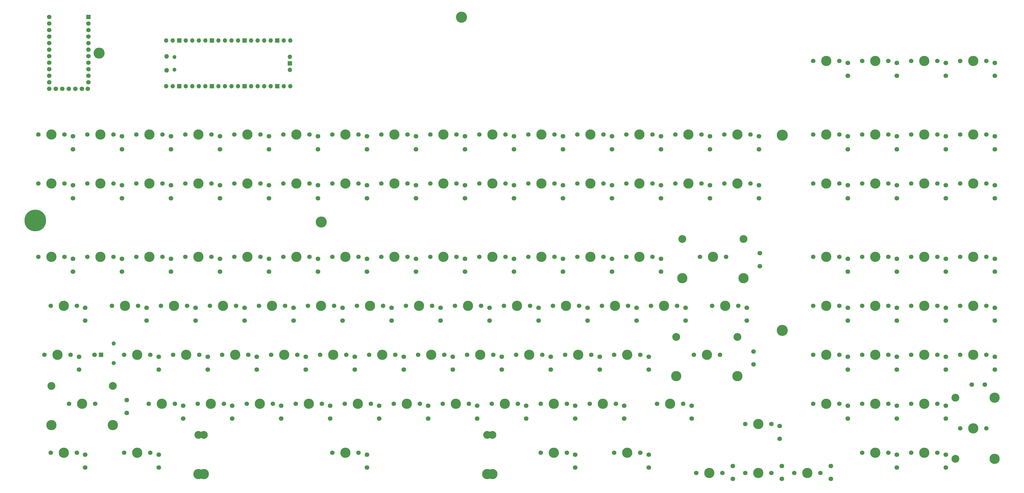
<source format=gbr>
%TF.GenerationSoftware,KiCad,Pcbnew,8.0.2*%
%TF.CreationDate,2024-06-15T15:47:28-07:00*%
%TF.ProjectId,dimension-PCB,64696d65-6e73-4696-9f6e-2d5043422e6b,rev?*%
%TF.SameCoordinates,Original*%
%TF.FileFunction,Soldermask,Top*%
%TF.FilePolarity,Negative*%
%FSLAX46Y46*%
G04 Gerber Fmt 4.6, Leading zero omitted, Abs format (unit mm)*
G04 Created by KiCad (PCBNEW 8.0.2) date 2024-06-15 15:47:28*
%MOMM*%
%LPD*%
G01*
G04 APERTURE LIST*
%ADD10C,1.750000*%
%ADD11C,3.987800*%
%ADD12R,1.800000X1.800000*%
%ADD13C,1.800000*%
%ADD14C,4.300000*%
%ADD15C,1.600000*%
%ADD16O,1.600000X1.600000*%
%ADD17C,3.048000*%
%ADD18C,8.400000*%
%ADD19R,1.752600X1.752600*%
%ADD20C,1.752600*%
%ADD21O,1.800000X1.800000*%
%ADD22O,1.500000X1.500000*%
%ADD23O,1.700000X1.700000*%
%ADD24R,1.700000X1.700000*%
G04 APERTURE END LIST*
D10*
%TO.C,MX127*%
X419750000Y-184780000D03*
D11*
X424830000Y-184780000D03*
D10*
X429910000Y-184780000D03*
%TD*%
%TO.C,MX4*%
X80420000Y-118105000D03*
D11*
X85500000Y-118105000D03*
D10*
X90580000Y-118105000D03*
%TD*%
%TO.C,MX103*%
X381650000Y-146680000D03*
D11*
X386730000Y-146680000D03*
D10*
X391810000Y-146680000D03*
%TD*%
%TO.C,MX62*%
X242345000Y-165730000D03*
D11*
X247425000Y-165730000D03*
D10*
X252505000Y-165730000D03*
%TD*%
%TO.C,MX82*%
X318545000Y-146680000D03*
D11*
X323625000Y-146680000D03*
D10*
X328705000Y-146680000D03*
%TD*%
%TO.C,MX78*%
X309020000Y-99055000D03*
D11*
X314100000Y-99055000D03*
D10*
X319180000Y-99055000D03*
%TD*%
%TO.C,MX43*%
X161382500Y-203830000D03*
D11*
X166462500Y-203830000D03*
D10*
X171542500Y-203830000D03*
%TD*%
%TO.C,MX104*%
X381650000Y-165730000D03*
D11*
X386730000Y-165730000D03*
D10*
X391810000Y-165730000D03*
%TD*%
%TO.C,MX106*%
X381650000Y-203830000D03*
D11*
X386730000Y-203830000D03*
D10*
X391810000Y-203830000D03*
%TD*%
%TO.C,MX87*%
X327242500Y-230747500D03*
D11*
X322162500Y-230747500D03*
D10*
X317082500Y-230747500D03*
%TD*%
%TO.C,MX7*%
X89945000Y-165730000D03*
D11*
X95025000Y-165730000D03*
D10*
X100105000Y-165730000D03*
%TD*%
%TO.C,MX28*%
X147095000Y-165730000D03*
D11*
X152175000Y-165730000D03*
D10*
X157255000Y-165730000D03*
%TD*%
%TO.C,MX118*%
X400700000Y-222880000D03*
D11*
X405780000Y-222880000D03*
D10*
X410860000Y-222880000D03*
%TD*%
%TO.C,MX3*%
X61370000Y-118105000D03*
D11*
X66450000Y-118105000D03*
D10*
X71530000Y-118105000D03*
%TD*%
%TO.C,MX24*%
X137570000Y-99055000D03*
D11*
X142650000Y-99055000D03*
D10*
X147730000Y-99055000D03*
%TD*%
%TO.C,MX92*%
X362600000Y-118105000D03*
D11*
X367680000Y-118105000D03*
D10*
X372760000Y-118105000D03*
%TD*%
%TO.C,MX66*%
X237582500Y-203830000D03*
D11*
X242662500Y-203830000D03*
D10*
X247742500Y-203830000D03*
%TD*%
%TO.C,MX86*%
X301876250Y-203830000D03*
D11*
X306956250Y-203830000D03*
D10*
X312036250Y-203830000D03*
%TD*%
%TO.C,MX72*%
X261395000Y-165730000D03*
D11*
X266475000Y-165730000D03*
D10*
X271555000Y-165730000D03*
%TD*%
%TO.C,MX102*%
X381650000Y-118105000D03*
D11*
X386730000Y-118105000D03*
D10*
X391810000Y-118105000D03*
%TD*%
%TO.C,MX6*%
X61370000Y-146680000D03*
D11*
X66450000Y-146680000D03*
D10*
X71530000Y-146680000D03*
%TD*%
%TO.C,MX94*%
X362600000Y-146680000D03*
D11*
X367680000Y-146680000D03*
D10*
X372760000Y-146680000D03*
%TD*%
%TO.C,MX53*%
X209007500Y-184780000D03*
D11*
X214087500Y-184780000D03*
D10*
X219167500Y-184780000D03*
%TD*%
%TO.C,MX51*%
X223295000Y-165730000D03*
D11*
X228375000Y-165730000D03*
D10*
X233455000Y-165730000D03*
%TD*%
%TO.C,MX95*%
X362600000Y-165730000D03*
D11*
X367680000Y-165730000D03*
D10*
X372760000Y-165730000D03*
%TD*%
%TO.C,MX80*%
X309020000Y-118105000D03*
D11*
X314100000Y-118105000D03*
D10*
X319180000Y-118105000D03*
%TD*%
%TO.C,MX56*%
X251870000Y-99055000D03*
D11*
X256950000Y-99055000D03*
D10*
X262030000Y-99055000D03*
%TD*%
%TO.C,MX126*%
X419750000Y-165730000D03*
D11*
X424830000Y-165730000D03*
D10*
X429910000Y-165730000D03*
%TD*%
%TO.C,MX123*%
X419750000Y-99055000D03*
D11*
X424830000Y-99055000D03*
D10*
X429910000Y-99055000D03*
%TD*%
%TO.C,MX100*%
X381650000Y-70480000D03*
D11*
X386730000Y-70480000D03*
D10*
X391810000Y-70480000D03*
%TD*%
%TO.C,MX8*%
X66132500Y-165730000D03*
D11*
X71212500Y-165730000D03*
D10*
X76292500Y-165730000D03*
%TD*%
%TO.C,MX40*%
X189957500Y-184780000D03*
D11*
X195037500Y-184780000D03*
D10*
X200117500Y-184780000D03*
%TD*%
%TO.C,MX114*%
X400700000Y-146680000D03*
D11*
X405780000Y-146680000D03*
D10*
X410860000Y-146680000D03*
%TD*%
%TO.C,MX111*%
X400700000Y-70480000D03*
D11*
X405780000Y-70480000D03*
D10*
X410860000Y-70480000D03*
%TD*%
%TO.C,MX41*%
X170907500Y-184780000D03*
D11*
X175987500Y-184780000D03*
D10*
X181067500Y-184780000D03*
%TD*%
%TO.C,MX63*%
X247107500Y-184780000D03*
D11*
X252187500Y-184780000D03*
D10*
X257267500Y-184780000D03*
%TD*%
%TO.C,MX15*%
X99470000Y-118105000D03*
D11*
X104550000Y-118105000D03*
D10*
X109630000Y-118105000D03*
%TD*%
%TO.C,MX48*%
X194720000Y-118105000D03*
D11*
X199800000Y-118105000D03*
D10*
X204880000Y-118105000D03*
%TD*%
%TO.C,MX125*%
X419750000Y-146680000D03*
D11*
X424830000Y-146680000D03*
D10*
X429910000Y-146680000D03*
%TD*%
%TO.C,MX55*%
X199482500Y-203830000D03*
D11*
X204562500Y-203830000D03*
D10*
X209642500Y-203830000D03*
%TD*%
D12*
%TO.C,LED1*%
X85700000Y-184780000D03*
D13*
X83160000Y-184780000D03*
%TD*%
D10*
%TO.C,MX73*%
X285207500Y-184780000D03*
D11*
X290287500Y-184780000D03*
D10*
X295367500Y-184780000D03*
%TD*%
D14*
%TO.C,H3*%
X350550000Y-99317500D03*
%TD*%
D10*
%TO.C,MX89*%
X362600000Y-70480000D03*
D11*
X367680000Y-70480000D03*
D10*
X372760000Y-70480000D03*
%TD*%
%TO.C,MX27*%
X137570000Y-146680000D03*
D11*
X142650000Y-146680000D03*
D10*
X147730000Y-146680000D03*
%TD*%
%TO.C,MX50*%
X194720000Y-146680000D03*
D11*
X199800000Y-146680000D03*
D10*
X204880000Y-146680000D03*
%TD*%
%TO.C,MX17*%
X118520000Y-146680000D03*
D11*
X123600000Y-146680000D03*
D10*
X128680000Y-146680000D03*
%TD*%
%TO.C,MX42*%
X180432500Y-203830000D03*
D11*
X185512500Y-203830000D03*
D10*
X190592500Y-203830000D03*
%TD*%
%TO.C,MX88*%
X346292500Y-230747500D03*
D11*
X341212500Y-230747500D03*
D10*
X336132500Y-230747500D03*
%TD*%
%TO.C,MX83*%
X323307500Y-165730000D03*
D11*
X328387500Y-165730000D03*
D10*
X333467500Y-165730000D03*
%TD*%
%TO.C,MX31*%
X132807500Y-184780000D03*
D11*
X137887500Y-184780000D03*
D10*
X142967500Y-184780000D03*
%TD*%
%TO.C,MX60*%
X251870000Y-146680000D03*
D11*
X256950000Y-146680000D03*
D10*
X262030000Y-146680000D03*
%TD*%
%TO.C,MX128*%
X419750000Y-213355000D03*
D11*
X424830000Y-213355000D03*
D10*
X429910000Y-213355000D03*
%TD*%
%TO.C,MX1*%
X80420000Y-99055000D03*
D11*
X85500000Y-99055000D03*
D10*
X90580000Y-99055000D03*
%TD*%
%TO.C,MX30*%
X151857500Y-184780000D03*
D11*
X156937500Y-184780000D03*
D10*
X162017500Y-184780000D03*
%TD*%
D15*
%TO.C,R2*%
X90600000Y-188020000D03*
D16*
X90600000Y-180400000D03*
%TD*%
D10*
%TO.C,MX23*%
X156620000Y-99055000D03*
D11*
X161700000Y-99055000D03*
D10*
X166780000Y-99055000D03*
%TD*%
%TO.C,MX57*%
X232820000Y-99055000D03*
D11*
X237900000Y-99055000D03*
D10*
X242980000Y-99055000D03*
%TD*%
D17*
%TO.C,LSHFTSTAB1*%
X66450000Y-196845000D03*
D11*
X66450000Y-212085000D03*
D17*
X90262500Y-196845000D03*
D11*
X90262500Y-212085000D03*
%TD*%
D10*
%TO.C,MX74*%
X266157500Y-184780000D03*
D11*
X271237500Y-184780000D03*
D10*
X276317500Y-184780000D03*
%TD*%
%TO.C,MX58*%
X251870000Y-118105000D03*
D11*
X256950000Y-118105000D03*
D10*
X262030000Y-118105000D03*
%TD*%
%TO.C,MX97*%
X362600000Y-203830000D03*
D11*
X367680000Y-203830000D03*
D10*
X372760000Y-203830000D03*
%TD*%
%TO.C,MX29*%
X128045000Y-165730000D03*
D11*
X133125000Y-165730000D03*
D10*
X138205000Y-165730000D03*
%TD*%
%TO.C,MX49*%
X213770000Y-146680000D03*
D11*
X218850000Y-146680000D03*
D10*
X223930000Y-146680000D03*
%TD*%
%TO.C,MX84*%
X299495000Y-165730000D03*
D11*
X304575000Y-165730000D03*
D10*
X309655000Y-165730000D03*
%TD*%
%TO.C,MX26*%
X156620000Y-118105000D03*
D11*
X161700000Y-118105000D03*
D10*
X166780000Y-118105000D03*
%TD*%
%TO.C,MX113*%
X400700000Y-118105000D03*
D11*
X405780000Y-118105000D03*
D10*
X410860000Y-118105000D03*
%TD*%
D14*
%TO.C,H4*%
X350550000Y-175317500D03*
%TD*%
D10*
%TO.C,MX107*%
X381650000Y-222880000D03*
D11*
X386730000Y-222880000D03*
D10*
X391810000Y-222880000D03*
%TD*%
%TO.C,MX67*%
X270920000Y-99055000D03*
D11*
X276000000Y-99055000D03*
D10*
X281080000Y-99055000D03*
%TD*%
%TO.C,MX65*%
X256632500Y-203830000D03*
D11*
X261712500Y-203830000D03*
D10*
X266792500Y-203830000D03*
%TD*%
%TO.C,MX37*%
X156620000Y-146680000D03*
D11*
X161700000Y-146680000D03*
D10*
X166780000Y-146680000D03*
%TD*%
%TO.C,MX91*%
X328070000Y-99055000D03*
D11*
X333150000Y-99055000D03*
D10*
X338230000Y-99055000D03*
%TD*%
%TO.C,MX112*%
X400700000Y-99055000D03*
D11*
X405780000Y-99055000D03*
D10*
X410860000Y-99055000D03*
%TD*%
%TO.C,MX34*%
X175670000Y-99055000D03*
D11*
X180750000Y-99055000D03*
D10*
X185830000Y-99055000D03*
%TD*%
%TO.C,MX52*%
X204245000Y-165730000D03*
D11*
X209325000Y-165730000D03*
D10*
X214405000Y-165730000D03*
%TD*%
D17*
%TO.C,ENTSTAB1*%
X309337500Y-177795000D03*
D11*
X309337500Y-193035000D03*
D17*
X333150000Y-177795000D03*
D11*
X333150000Y-193035000D03*
%TD*%
D10*
%TO.C,MX69*%
X289970000Y-146680000D03*
D11*
X295050000Y-146680000D03*
D10*
X300130000Y-146680000D03*
%TD*%
%TO.C,MX96*%
X362600000Y-184780000D03*
D11*
X367680000Y-184780000D03*
D10*
X372760000Y-184780000D03*
%TD*%
%TO.C,MX18*%
X108995000Y-165730000D03*
D11*
X114075000Y-165730000D03*
D10*
X119155000Y-165730000D03*
%TD*%
%TO.C,MX22*%
X94707500Y-222880000D03*
D11*
X99787500Y-222880000D03*
D10*
X104867500Y-222880000D03*
%TD*%
%TO.C,MX85*%
X316163750Y-184780000D03*
D11*
X321243750Y-184780000D03*
D10*
X326323750Y-184780000D03*
%TD*%
D14*
%TO.C,H6*%
X85000000Y-67440000D03*
%TD*%
D10*
%TO.C,MX12*%
X99470000Y-99055000D03*
D11*
X104550000Y-99055000D03*
D10*
X109630000Y-99055000D03*
%TD*%
%TO.C,MX81*%
X289970000Y-118105000D03*
D11*
X295050000Y-118105000D03*
D10*
X300130000Y-118105000D03*
%TD*%
%TO.C,MX99*%
X365342500Y-230747500D03*
D11*
X360262500Y-230747500D03*
D10*
X355182500Y-230747500D03*
%TD*%
%TO.C,MX2*%
X61370000Y-99055000D03*
D11*
X66450000Y-99055000D03*
D10*
X71530000Y-99055000D03*
%TD*%
%TO.C,MX32*%
X142332500Y-203830000D03*
D11*
X147412500Y-203830000D03*
D10*
X152492500Y-203830000D03*
%TD*%
%TO.C,MX124*%
X419750000Y-118105000D03*
D11*
X424830000Y-118105000D03*
D10*
X429910000Y-118105000D03*
%TD*%
%TO.C,MX46*%
X194720000Y-99055000D03*
D11*
X199800000Y-99055000D03*
D10*
X204880000Y-99055000D03*
%TD*%
%TO.C,MX77*%
X256632500Y-222880000D03*
D11*
X261712500Y-222880000D03*
D10*
X266792500Y-222880000D03*
%TD*%
%TO.C,MX117*%
X400700000Y-203830000D03*
D11*
X405780000Y-203830000D03*
D10*
X410860000Y-203830000D03*
%TD*%
%TO.C,MX10*%
X73276250Y-203830000D03*
D11*
X78356250Y-203830000D03*
D10*
X83436250Y-203830000D03*
%TD*%
%TO.C,MX68*%
X270920000Y-118105000D03*
D11*
X276000000Y-118105000D03*
D10*
X281080000Y-118105000D03*
%TD*%
%TO.C,MX59*%
X232820000Y-118105000D03*
D11*
X237900000Y-118105000D03*
D10*
X242980000Y-118105000D03*
%TD*%
%TO.C,MX20*%
X94707500Y-184780000D03*
D11*
X99787500Y-184780000D03*
D10*
X104867500Y-184780000D03*
%TD*%
%TO.C,MX79*%
X289970000Y-99055000D03*
D11*
X295050000Y-99055000D03*
D10*
X300130000Y-99055000D03*
%TD*%
D17*
%TO.C,BSPCSTAB1*%
X311718750Y-139695000D03*
D11*
X311718750Y-154935000D03*
D17*
X335531250Y-139695000D03*
D11*
X335531250Y-154935000D03*
%TD*%
D10*
%TO.C,MX70*%
X270920000Y-146680000D03*
D11*
X276000000Y-146680000D03*
D10*
X281080000Y-146680000D03*
%TD*%
%TO.C,MX101*%
X381650000Y-99055000D03*
D11*
X386730000Y-99055000D03*
D10*
X391810000Y-99055000D03*
%TD*%
%TO.C,MX122*%
X419750000Y-70480000D03*
D11*
X424830000Y-70480000D03*
D10*
X429910000Y-70480000D03*
%TD*%
%TO.C,MX45*%
X213770000Y-99055000D03*
D11*
X218850000Y-99055000D03*
D10*
X223930000Y-99055000D03*
%TD*%
%TO.C,MX44*%
X175670000Y-222880000D03*
D11*
X180750000Y-222880000D03*
D10*
X185830000Y-222880000D03*
%TD*%
%TO.C,MX38*%
X185195000Y-165730000D03*
D11*
X190275000Y-165730000D03*
D10*
X195355000Y-165730000D03*
%TD*%
%TO.C,MX11*%
X66132500Y-222880000D03*
D11*
X71212500Y-222880000D03*
D10*
X76292500Y-222880000D03*
%TD*%
%TO.C,MX19*%
X113757500Y-184780000D03*
D11*
X118837500Y-184780000D03*
D10*
X123917500Y-184780000D03*
%TD*%
%TO.C,MX36*%
X175670000Y-146680000D03*
D11*
X180750000Y-146680000D03*
D10*
X185830000Y-146680000D03*
%TD*%
%TO.C,MX116*%
X400700000Y-184780000D03*
D11*
X405780000Y-184780000D03*
D10*
X410860000Y-184780000D03*
%TD*%
%TO.C,MX71*%
X280445000Y-165730000D03*
D11*
X285525000Y-165730000D03*
D10*
X290605000Y-165730000D03*
%TD*%
D17*
%TO.C,SPACESTAB1*%
X123600000Y-215895000D03*
D11*
X123600000Y-231135000D03*
D17*
X125660000Y-215895000D03*
D11*
X125660000Y-231135000D03*
D17*
X235840000Y-215895000D03*
D11*
X235840000Y-231135000D03*
D17*
X237900000Y-215895000D03*
D11*
X237900000Y-231135000D03*
%TD*%
D10*
%TO.C,MX39*%
X166145000Y-165730000D03*
D11*
X171225000Y-165730000D03*
D10*
X176305000Y-165730000D03*
%TD*%
%TO.C,MX98*%
X346292500Y-211697500D03*
D11*
X341212500Y-211697500D03*
D10*
X336132500Y-211697500D03*
%TD*%
%TO.C,MX75*%
X275682500Y-203830000D03*
D11*
X280762500Y-203830000D03*
D10*
X285842500Y-203830000D03*
%TD*%
%TO.C,MX64*%
X228057500Y-184780000D03*
D11*
X233137500Y-184780000D03*
D10*
X238217500Y-184780000D03*
%TD*%
%TO.C,MX115*%
X400700000Y-165730000D03*
D11*
X405780000Y-165730000D03*
D10*
X410860000Y-165730000D03*
%TD*%
D18*
%TO.C,H1*%
X60120000Y-132510000D03*
%TD*%
D10*
%TO.C,MX76*%
X285207500Y-222880000D03*
D11*
X290287500Y-222880000D03*
D10*
X295367500Y-222880000D03*
%TD*%
%TO.C,MX14*%
X118520000Y-118105000D03*
D11*
X123600000Y-118105000D03*
D10*
X128680000Y-118105000D03*
%TD*%
%TO.C,MX35*%
X175670000Y-118105000D03*
D11*
X180750000Y-118105000D03*
D10*
X185830000Y-118105000D03*
%TD*%
%TO.C,MX90*%
X362600000Y-99055000D03*
D11*
X367680000Y-99055000D03*
D10*
X372760000Y-99055000D03*
%TD*%
D17*
%TO.C,NUMENTSTAB1*%
X417845000Y-225261250D03*
D11*
X433085000Y-225261250D03*
D17*
X417845000Y-201448750D03*
D11*
X433085000Y-201448750D03*
%TD*%
D14*
%TO.C,H5*%
X171350000Y-133105000D03*
%TD*%
D10*
%TO.C,MX61*%
X232820000Y-146680000D03*
D11*
X237900000Y-146680000D03*
D10*
X242980000Y-146680000D03*
%TD*%
%TO.C,MX13*%
X118520000Y-99055000D03*
D11*
X123600000Y-99055000D03*
D10*
X128680000Y-99055000D03*
%TD*%
%TO.C,MX16*%
X99470000Y-146680000D03*
D11*
X104550000Y-146680000D03*
D10*
X109630000Y-146680000D03*
%TD*%
D14*
%TO.C,H2*%
X225860000Y-53480000D03*
%TD*%
D10*
%TO.C,MX5*%
X80420000Y-146680000D03*
D11*
X85500000Y-146680000D03*
D10*
X90580000Y-146680000D03*
%TD*%
%TO.C,MX33*%
X123282500Y-203830000D03*
D11*
X128362500Y-203830000D03*
D10*
X133442500Y-203830000D03*
%TD*%
%TO.C,MX93*%
X328070000Y-118105000D03*
D11*
X333150000Y-118105000D03*
D10*
X338230000Y-118105000D03*
%TD*%
%TO.C,MX105*%
X381650000Y-184780000D03*
D11*
X386730000Y-184780000D03*
D10*
X391810000Y-184780000D03*
%TD*%
%TO.C,MX9*%
X63751250Y-184780000D03*
D11*
X68831250Y-184780000D03*
D10*
X73911250Y-184780000D03*
%TD*%
%TO.C,MX21*%
X104232500Y-203830000D03*
D11*
X109312500Y-203830000D03*
D10*
X114392500Y-203830000D03*
%TD*%
%TO.C,MX54*%
X218532500Y-203830000D03*
D11*
X223612500Y-203830000D03*
D10*
X228692500Y-203830000D03*
%TD*%
%TO.C,MX47*%
X213770000Y-118105000D03*
D11*
X218850000Y-118105000D03*
D10*
X223930000Y-118105000D03*
%TD*%
%TO.C,MX25*%
X137570000Y-118105000D03*
D11*
X142650000Y-118105000D03*
D10*
X147730000Y-118105000D03*
%TD*%
D13*
%TO.C,D60*%
X265310000Y-152465000D03*
X265310000Y-147425000D03*
%TD*%
%TO.C,D80*%
X322460000Y-123890000D03*
X322460000Y-118850000D03*
%TD*%
%TO.C,D61*%
X246260000Y-152465000D03*
X246260000Y-147425000D03*
%TD*%
%TO.C,D45*%
X227210000Y-104840000D03*
X227210000Y-99800000D03*
%TD*%
%TO.C,D96*%
X376040000Y-190565000D03*
X376040000Y-185525000D03*
%TD*%
%TO.C,D37*%
X170060000Y-152465000D03*
X170060000Y-147425000D03*
%TD*%
%TO.C,D10*%
X95737500Y-207420000D03*
X95737500Y-202380000D03*
%TD*%
%TO.C,D103*%
X395090000Y-152465000D03*
X395090000Y-147425000D03*
%TD*%
%TO.C,D22*%
X108147500Y-228665000D03*
X108147500Y-223625000D03*
%TD*%
%TO.C,D47*%
X227210000Y-123890000D03*
X227210000Y-118850000D03*
%TD*%
%TO.C,D58*%
X265310000Y-123890000D03*
X265310000Y-118850000D03*
%TD*%
%TO.C,D87*%
X331350000Y-228030000D03*
X331350000Y-233070000D03*
%TD*%
%TO.C,D39*%
X179585000Y-171515000D03*
X179585000Y-166475000D03*
%TD*%
%TO.C,D78*%
X322460000Y-104840000D03*
X322460000Y-99800000D03*
%TD*%
%TO.C,D115*%
X414140000Y-171515000D03*
X414140000Y-166475000D03*
%TD*%
%TO.C,D56*%
X265310000Y-104840000D03*
X265310000Y-99800000D03*
%TD*%
%TO.C,D42*%
X193872500Y-209615000D03*
X193872500Y-204575000D03*
%TD*%
%TO.C,D50*%
X208160000Y-152465000D03*
X208160000Y-147425000D03*
%TD*%
%TO.C,D112*%
X414140000Y-104840000D03*
X414140000Y-99800000D03*
%TD*%
%TO.C,D104*%
X395090000Y-171515000D03*
X395090000Y-166475000D03*
%TD*%
%TO.C,D2*%
X74810000Y-104840000D03*
X74810000Y-99800000D03*
%TD*%
%TO.C,D48*%
X208160000Y-123890000D03*
X208160000Y-118850000D03*
%TD*%
%TO.C,D122*%
X433190000Y-76265000D03*
X433190000Y-71225000D03*
%TD*%
%TO.C,D40*%
X203397500Y-190565000D03*
X203397500Y-185525000D03*
%TD*%
%TO.C,D91*%
X341510000Y-104840000D03*
X341510000Y-99800000D03*
%TD*%
%TO.C,D126*%
X433190000Y-171515000D03*
X433190000Y-166475000D03*
%TD*%
%TO.C,D92*%
X376040000Y-123890000D03*
X376040000Y-118850000D03*
%TD*%
%TO.C,D28*%
X160535000Y-171515000D03*
X160535000Y-166475000D03*
%TD*%
%TO.C,D52*%
X217685000Y-171515000D03*
X217685000Y-166475000D03*
%TD*%
%TO.C,D14*%
X131960000Y-123890000D03*
X131960000Y-118850000D03*
%TD*%
%TO.C,D3*%
X74810000Y-123890000D03*
X74810000Y-118850000D03*
%TD*%
%TO.C,D69*%
X303410000Y-152465000D03*
X303410000Y-147425000D03*
%TD*%
%TO.C,D123*%
X433190000Y-104840000D03*
X433190000Y-99800000D03*
%TD*%
%TO.C,D23*%
X170060000Y-104840000D03*
X170060000Y-99800000D03*
%TD*%
%TO.C,D102*%
X395090000Y-123890000D03*
X395090000Y-118850000D03*
%TD*%
%TO.C,D125*%
X433190000Y-152465000D03*
X433190000Y-147425000D03*
%TD*%
%TO.C,D26*%
X170060000Y-123890000D03*
X170060000Y-118850000D03*
%TD*%
%TO.C,D16*%
X112910000Y-152465000D03*
X112910000Y-147425000D03*
%TD*%
%TO.C,D27*%
X151010000Y-152465000D03*
X151010000Y-147425000D03*
%TD*%
%TO.C,D35*%
X189110000Y-123890000D03*
X189110000Y-118850000D03*
%TD*%
%TO.C,D90*%
X376040000Y-104840000D03*
X376040000Y-99800000D03*
%TD*%
%TO.C,D9*%
X77191250Y-190565000D03*
X77191250Y-185525000D03*
%TD*%
%TO.C,D31*%
X146247500Y-190565000D03*
X146247500Y-185525000D03*
%TD*%
%TO.C,D83*%
X336747500Y-171515000D03*
X336747500Y-166475000D03*
%TD*%
%TO.C,D82*%
X341860000Y-150290000D03*
X341860000Y-145250000D03*
%TD*%
%TO.C,D17*%
X131960000Y-152465000D03*
X131960000Y-147425000D03*
%TD*%
%TO.C,D111*%
X414140000Y-76265000D03*
X414140000Y-71225000D03*
%TD*%
%TO.C,D95*%
X376040000Y-171515000D03*
X376040000Y-166475000D03*
%TD*%
%TO.C,D63*%
X260547500Y-190565000D03*
X260547500Y-185525000D03*
%TD*%
%TO.C,D74*%
X279597500Y-190565000D03*
X279597500Y-185525000D03*
%TD*%
%TO.C,D46*%
X208160000Y-104840000D03*
X208160000Y-99800000D03*
%TD*%
%TO.C,D24*%
X151010000Y-104840000D03*
X151010000Y-99800000D03*
%TD*%
%TO.C,D70*%
X284360000Y-152465000D03*
X284360000Y-147425000D03*
%TD*%
%TO.C,D88*%
X350400000Y-228030000D03*
X350400000Y-233070000D03*
%TD*%
%TO.C,D89*%
X376040000Y-76265000D03*
X376040000Y-71225000D03*
%TD*%
%TO.C,D64*%
X241497500Y-190565000D03*
X241497500Y-185525000D03*
%TD*%
%TO.C,D71*%
X293885000Y-171515000D03*
X293885000Y-166475000D03*
%TD*%
%TO.C,D6*%
X74810000Y-152465000D03*
X74810000Y-147425000D03*
%TD*%
%TO.C,D21*%
X117672500Y-209615000D03*
X117672500Y-204575000D03*
%TD*%
%TO.C,D106*%
X395090000Y-209615000D03*
X395090000Y-204575000D03*
%TD*%
%TO.C,D68*%
X284360000Y-123890000D03*
X284360000Y-118850000D03*
%TD*%
%TO.C,D15*%
X112910000Y-123890000D03*
X112910000Y-118850000D03*
%TD*%
%TO.C,D18*%
X122435000Y-171515000D03*
X122435000Y-166475000D03*
%TD*%
%TO.C,D62*%
X255785000Y-171515000D03*
X255785000Y-166475000D03*
%TD*%
%TO.C,D11*%
X79572500Y-228665000D03*
X79572500Y-223625000D03*
%TD*%
%TO.C,D105*%
X395090000Y-190565000D03*
X395090000Y-185525000D03*
%TD*%
%TO.C,D8*%
X79572500Y-171515000D03*
X79572500Y-166475000D03*
%TD*%
%TO.C,D66*%
X251022500Y-209615000D03*
X251022500Y-204575000D03*
%TD*%
%TO.C,D81*%
X303410000Y-123890000D03*
X303410000Y-118850000D03*
%TD*%
%TO.C,D77*%
X270072500Y-228665000D03*
X270072500Y-223625000D03*
%TD*%
%TO.C,D41*%
X184347500Y-190565000D03*
X184347500Y-185525000D03*
%TD*%
%TO.C,D113*%
X414140000Y-123890000D03*
X414140000Y-118850000D03*
%TD*%
%TO.C,D99*%
X369450000Y-228030000D03*
X369450000Y-233070000D03*
%TD*%
%TO.C,D100*%
X395090000Y-76265000D03*
X395090000Y-71225000D03*
%TD*%
%TO.C,D85*%
X339360000Y-188540000D03*
X339360000Y-183500000D03*
%TD*%
%TO.C,D30*%
X165297500Y-190565000D03*
X165297500Y-185525000D03*
%TD*%
%TO.C,D57*%
X246260000Y-104840000D03*
X246260000Y-99800000D03*
%TD*%
%TO.C,D67*%
X284360000Y-104840000D03*
X284360000Y-99800000D03*
%TD*%
%TO.C,D97*%
X376040000Y-209615000D03*
X376040000Y-204575000D03*
%TD*%
%TO.C,D5*%
X93860000Y-152465000D03*
X93860000Y-147425000D03*
%TD*%
%TO.C,D13*%
X131960000Y-104840000D03*
X131960000Y-99800000D03*
%TD*%
D19*
%TO.C,U2*%
X80820000Y-53400000D03*
D20*
X80820000Y-55940000D03*
X80820000Y-58480000D03*
X80820000Y-61020000D03*
X80820000Y-63560000D03*
X80820000Y-66100000D03*
X80820000Y-68640000D03*
X80820000Y-71180000D03*
X80820000Y-73720000D03*
X80820000Y-76260000D03*
X80820000Y-78800000D03*
X80591400Y-81340000D03*
X65580000Y-81340000D03*
X65580000Y-78800000D03*
X65580000Y-76260000D03*
X65580000Y-73720000D03*
X65580000Y-71180000D03*
X65580000Y-68640000D03*
X65580000Y-66100000D03*
X65580000Y-63560000D03*
X65580000Y-61020000D03*
X65580000Y-58480000D03*
X65580000Y-55940000D03*
X65580000Y-53400000D03*
X78280000Y-81340000D03*
X75740000Y-81340000D03*
X73200000Y-81340000D03*
X70660000Y-81340000D03*
X68120000Y-81340000D03*
%TD*%
D13*
%TO.C,D59*%
X246260000Y-123890000D03*
X246260000Y-118850000D03*
%TD*%
%TO.C,D72*%
X274835000Y-171515000D03*
X274835000Y-166475000D03*
%TD*%
%TO.C,D49*%
X227210000Y-152465000D03*
X227210000Y-147425000D03*
%TD*%
%TO.C,D79*%
X303410000Y-104840000D03*
X303410000Y-99800000D03*
%TD*%
%TO.C,D34*%
X189110000Y-104840000D03*
X189110000Y-99800000D03*
%TD*%
%TO.C,D114*%
X414140000Y-152465000D03*
X414140000Y-147425000D03*
%TD*%
%TO.C,D75*%
X289122500Y-209615000D03*
X289122500Y-204575000D03*
%TD*%
%TO.C,D44*%
X189110000Y-228665000D03*
X189110000Y-223625000D03*
%TD*%
%TO.C,D12*%
X112910000Y-104840000D03*
X112910000Y-99800000D03*
%TD*%
%TO.C,D107*%
X395090000Y-228665000D03*
X395090000Y-223625000D03*
%TD*%
%TO.C,D118*%
X414140000Y-228665000D03*
X414140000Y-223625000D03*
%TD*%
%TO.C,D1*%
X93860000Y-104840000D03*
X93860000Y-99800000D03*
%TD*%
%TO.C,D76*%
X298647500Y-228665000D03*
X298647500Y-223625000D03*
%TD*%
%TO.C,D32*%
X155772500Y-209615000D03*
X155772500Y-204575000D03*
%TD*%
%TO.C,D55*%
X212922500Y-209615000D03*
X212922500Y-204575000D03*
%TD*%
%TO.C,D29*%
X141485000Y-171515000D03*
X141485000Y-166475000D03*
%TD*%
%TO.C,D94*%
X376040000Y-152465000D03*
X376040000Y-147425000D03*
%TD*%
%TO.C,D98*%
X349572500Y-212442500D03*
X349572500Y-217482500D03*
%TD*%
%TO.C,D51*%
X236735000Y-171515000D03*
X236735000Y-166475000D03*
%TD*%
%TO.C,D38*%
X198635000Y-171515000D03*
X198635000Y-166475000D03*
%TD*%
%TO.C,D117*%
X414140000Y-209615000D03*
X414140000Y-204575000D03*
%TD*%
%TO.C,D43*%
X174822500Y-209615000D03*
X174822500Y-204575000D03*
%TD*%
%TO.C,D116*%
X414140000Y-190565000D03*
X414140000Y-185525000D03*
%TD*%
D21*
%TO.C,U1*%
X111200000Y-68675000D03*
D22*
X114230000Y-68975000D03*
X114230000Y-73825000D03*
D21*
X111200000Y-74125000D03*
D23*
X111070000Y-62510000D03*
X113610000Y-62510000D03*
D24*
X116150000Y-62510000D03*
D23*
X118690000Y-62510000D03*
X121230000Y-62510000D03*
X123770000Y-62510000D03*
X126310000Y-62510000D03*
D24*
X128850000Y-62510000D03*
D23*
X131390000Y-62510000D03*
X133930000Y-62510000D03*
X136470000Y-62510000D03*
X139010000Y-62510000D03*
D24*
X141550000Y-62510000D03*
D23*
X144090000Y-62510000D03*
X146630000Y-62510000D03*
X149170000Y-62510000D03*
X151710000Y-62510000D03*
D24*
X154250000Y-62510000D03*
D23*
X156790000Y-62510000D03*
X159330000Y-62510000D03*
X159330000Y-80290000D03*
X156790000Y-80290000D03*
D24*
X154250000Y-80290000D03*
D23*
X151710000Y-80290000D03*
X149170000Y-80290000D03*
X146630000Y-80290000D03*
X144090000Y-80290000D03*
D24*
X141550000Y-80290000D03*
D23*
X139010000Y-80290000D03*
X136470000Y-80290000D03*
X133930000Y-80290000D03*
X131390000Y-80290000D03*
D24*
X128850000Y-80290000D03*
D23*
X126310000Y-80290000D03*
X123770000Y-80290000D03*
X121230000Y-80290000D03*
X118690000Y-80290000D03*
D24*
X116150000Y-80290000D03*
D23*
X113610000Y-80290000D03*
X111070000Y-80290000D03*
X159100000Y-68860000D03*
D24*
X159100000Y-71400000D03*
D23*
X159100000Y-73940000D03*
%TD*%
D13*
%TO.C,D124*%
X433190000Y-123890000D03*
X433190000Y-118850000D03*
%TD*%
%TO.C,D25*%
X151010000Y-123890000D03*
X151010000Y-118850000D03*
%TD*%
%TO.C,D54*%
X231972500Y-209615000D03*
X231972500Y-204575000D03*
%TD*%
%TO.C,D73*%
X298647500Y-190565000D03*
X298647500Y-185525000D03*
%TD*%
%TO.C,D128*%
X424230000Y-196400000D03*
X429270000Y-196400000D03*
%TD*%
%TO.C,D7*%
X103385000Y-171515000D03*
X103385000Y-166475000D03*
%TD*%
%TO.C,D33*%
X136722500Y-209615000D03*
X136722500Y-204575000D03*
%TD*%
%TO.C,D65*%
X270072500Y-209615000D03*
X270072500Y-204575000D03*
%TD*%
%TO.C,D4*%
X93860000Y-123890000D03*
X93860000Y-118850000D03*
%TD*%
%TO.C,D86*%
X315316250Y-209615000D03*
X315316250Y-204575000D03*
%TD*%
%TO.C,D20*%
X108147500Y-190565000D03*
X108147500Y-185525000D03*
%TD*%
%TO.C,D53*%
X222447500Y-190565000D03*
X222447500Y-185525000D03*
%TD*%
%TO.C,D101*%
X395090000Y-104840000D03*
X395090000Y-99800000D03*
%TD*%
%TO.C,D93*%
X341510000Y-123890000D03*
X341510000Y-118850000D03*
%TD*%
%TO.C,D127*%
X433190000Y-190565000D03*
X433190000Y-185525000D03*
%TD*%
%TO.C,D36*%
X189110000Y-152465000D03*
X189110000Y-147425000D03*
%TD*%
%TO.C,D19*%
X127197500Y-190565000D03*
X127197500Y-185525000D03*
%TD*%
%TO.C,D84*%
X312935000Y-171515000D03*
X312935000Y-166475000D03*
%TD*%
M02*

</source>
